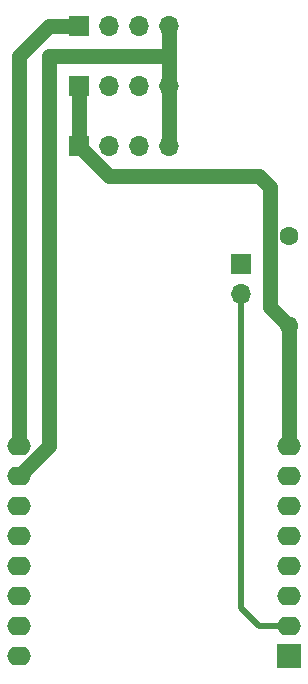
<source format=gbr>
%TF.GenerationSoftware,KiCad,Pcbnew,8.0.5*%
%TF.CreationDate,2024-11-16T19:04:16+01:00*%
%TF.ProjectId,esp8266-expansion-board,65737038-3236-4362-9d65-7870616e7369,rev?*%
%TF.SameCoordinates,Original*%
%TF.FileFunction,Copper,L2,Bot*%
%TF.FilePolarity,Positive*%
%FSLAX46Y46*%
G04 Gerber Fmt 4.6, Leading zero omitted, Abs format (unit mm)*
G04 Created by KiCad (PCBNEW 8.0.5) date 2024-11-16 19:04:16*
%MOMM*%
%LPD*%
G01*
G04 APERTURE LIST*
%TA.AperFunction,ComponentPad*%
%ADD10R,1.700000X1.700000*%
%TD*%
%TA.AperFunction,ComponentPad*%
%ADD11O,1.700000X1.700000*%
%TD*%
%TA.AperFunction,ComponentPad*%
%ADD12C,1.600000*%
%TD*%
%TA.AperFunction,ComponentPad*%
%ADD13O,1.600000X1.600000*%
%TD*%
%TA.AperFunction,ComponentPad*%
%ADD14R,2.000000X2.000000*%
%TD*%
%TA.AperFunction,ComponentPad*%
%ADD15O,2.000000X1.600000*%
%TD*%
%TA.AperFunction,Conductor*%
%ADD16C,0.500000*%
%TD*%
%TA.AperFunction,Conductor*%
%ADD17C,1.250000*%
%TD*%
G04 APERTURE END LIST*
D10*
%TO.P,J9,1,Pin_1*%
%TO.N,/+3v3*%
X66040000Y-40293187D03*
D11*
%TO.P,J9,2,Pin_2*%
%TO.N,/GPIO14B*%
X68580000Y-40293187D03*
%TO.P,J9,3,Pin_3*%
%TO.N,/GPIO12B*%
X71120000Y-40293187D03*
%TO.P,J9,4,Pin_4*%
%TO.N,/0V*%
X73660000Y-40293187D03*
%TD*%
D10*
%TO.P,J8,1,Pin_1*%
%TO.N,/+3v3*%
X66040000Y-45373187D03*
D11*
%TO.P,J8,2,Pin_2*%
%TO.N,/GPIO4B*%
X68580000Y-45373187D03*
%TO.P,J8,3,Pin_3*%
%TO.N,/GPIO5B*%
X71120000Y-45373187D03*
%TO.P,J8,4,Pin_4*%
%TO.N,/0V*%
X73660000Y-45373187D03*
%TD*%
D10*
%TO.P,J7,1,Pin_1*%
%TO.N,Net-(J7-Pin_1)*%
X79751775Y-55367942D03*
D11*
%TO.P,J7,2,Pin_2*%
%TO.N,/ADC0B*%
X79751775Y-57907942D03*
%TD*%
D12*
%TO.P,R2,1*%
%TO.N,Net-(J7-Pin_1)*%
X83820000Y-52993187D03*
D13*
%TO.P,R2,2*%
%TO.N,/+3v3*%
X83820000Y-60613187D03*
%TD*%
D10*
%TO.P,J10,1,Pin_1*%
%TO.N,/5V*%
X66040000Y-35213187D03*
D11*
%TO.P,J10,2,Pin_2*%
%TO.N,/GPIO0B*%
X68580000Y-35213187D03*
%TO.P,J10,3,Pin_3*%
%TO.N,/GPIO2B*%
X71120000Y-35213187D03*
%TO.P,J10,4,Pin_4*%
%TO.N,/0V*%
X73660000Y-35213187D03*
%TD*%
D14*
%TO.P,U2,1,~{RST}*%
%TO.N,unconnected-(U2-~{RST}-Pad1)*%
X83820000Y-88553187D03*
D15*
%TO.P,U2,2,A0*%
%TO.N,/ADC0B*%
X83820000Y-86013187D03*
%TO.P,U2,3,D0*%
%TO.N,unconnected-(U2-D0-Pad3)*%
X83820000Y-83473187D03*
%TO.P,U2,4,SCK/D5*%
%TO.N,/GPIO14B*%
X83820000Y-80933187D03*
%TO.P,U2,5,MISO/D6*%
%TO.N,/GPIO12B*%
X83820000Y-78393187D03*
%TO.P,U2,6,MOSI/D7*%
%TO.N,/GPIO13B*%
X83820000Y-75853187D03*
%TO.P,U2,7,CS/D8*%
%TO.N,/GPIO15B*%
X83820000Y-73313187D03*
%TO.P,U2,8,3V3*%
%TO.N,/+3v3*%
X83820000Y-70773187D03*
%TO.P,U2,9,5V*%
%TO.N,/5V*%
X60960000Y-70773187D03*
%TO.P,U2,10,GND*%
%TO.N,/0V*%
X60960000Y-73313187D03*
%TO.P,U2,11,D4*%
%TO.N,/GPIO2B*%
X60960000Y-75853187D03*
%TO.P,U2,12,D3*%
%TO.N,/GPIO0B*%
X60960000Y-78393187D03*
%TO.P,U2,13,SDA/D2*%
%TO.N,/GPIO4B*%
X60960000Y-80933187D03*
%TO.P,U2,14,SCL/D1*%
%TO.N,/GPIO5B*%
X60960000Y-83473187D03*
%TO.P,U2,15,RX*%
%TO.N,unconnected-(U2-RX-Pad15)*%
X60960000Y-86013187D03*
%TO.P,U2,16,TX*%
%TO.N,unconnected-(U2-TX-Pad16)*%
X60960000Y-88553187D03*
%TD*%
D16*
%TO.N,/ADC0B*%
X81280000Y-86013187D02*
X83820000Y-86013187D01*
X79751775Y-57907942D02*
X79751775Y-84484962D01*
X79751775Y-84484962D02*
X81280000Y-86013187D01*
D17*
%TO.N,/+3v3*%
X83820000Y-60613187D02*
X83820000Y-70773187D01*
X81280000Y-47913187D02*
X68580000Y-47913187D01*
X83820000Y-60613187D02*
X82195000Y-58988187D01*
X68580000Y-47913187D02*
X66040000Y-45373187D01*
X82195000Y-58988187D02*
X82195000Y-48828187D01*
X66040000Y-45373187D02*
X66040000Y-40293187D01*
X82195000Y-48828187D02*
X81280000Y-47913187D01*
%TO.N,/5V*%
X63500000Y-35213187D02*
X66040000Y-35213187D01*
X60960000Y-70773187D02*
X60960000Y-37753187D01*
X60960000Y-37753187D02*
X63500000Y-35213187D01*
%TO.N,/0V*%
X63500000Y-70773187D02*
X63500000Y-37753187D01*
X73660000Y-37753187D02*
X73660000Y-35213187D01*
X73660000Y-37753187D02*
X73660000Y-40293187D01*
X60960000Y-73313187D02*
X63500000Y-70773187D01*
X63500000Y-37753187D02*
X73660000Y-37753187D01*
X73660000Y-40293187D02*
X73660000Y-45373187D01*
%TD*%
M02*

</source>
